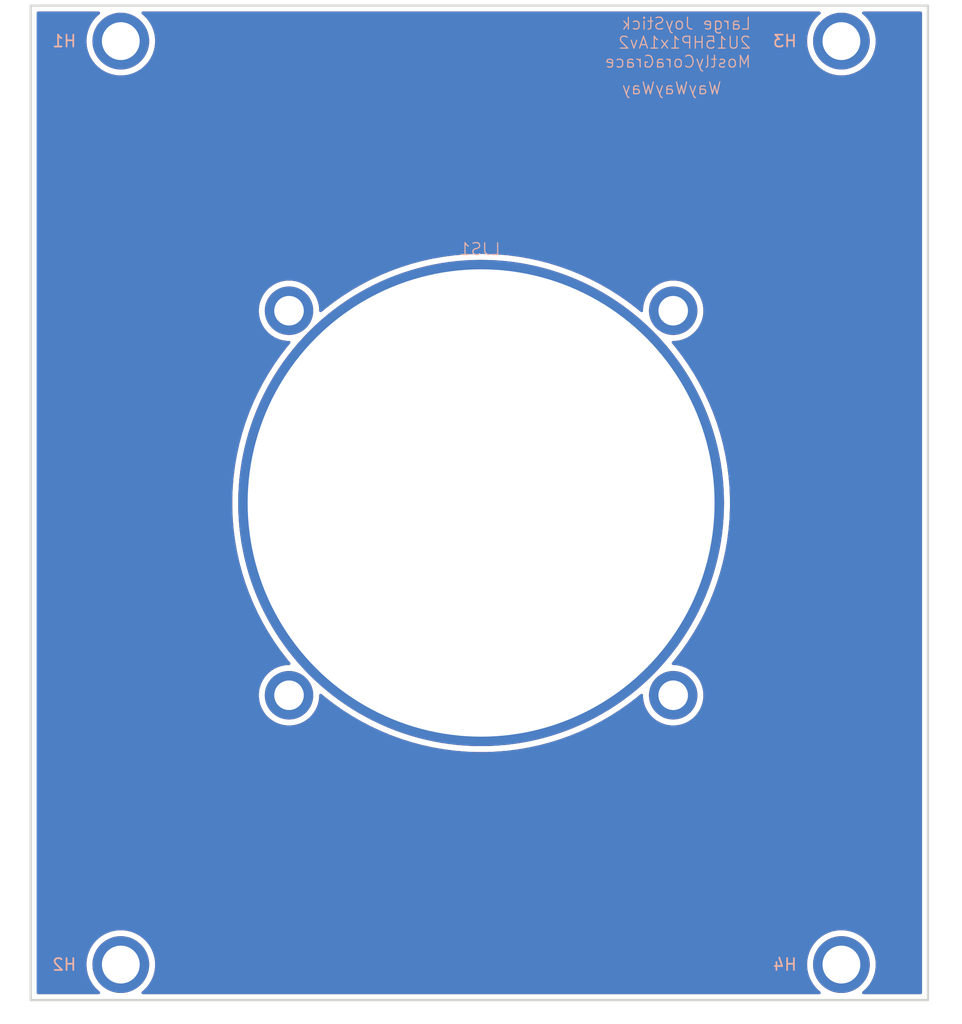
<source format=kicad_pcb>
(kicad_pcb (version 20241229) (generator "pcbnew") (generator_version "9.0")
  (layers (0 "F.Cu" signal) (2 "B.Cu" signal) (13 "F.Paste" user) (15 "B.Paste" user) (5 "F.SilkS" user "F.Silkscreen") (7 "B.SilkS" user "B.Silkscreen") (1 "F.Mask" user) (3 "B.Mask" user) (25 "Edge.Cuts" user))
  (net 0 "")
  (footprint "EXC:MountingHole_3.2mm_M3" (layer "F.Cu") (at 7.62 5.425)
    (property "Reference" "H1" (at -3.683 0 0) (layer "B.SilkS") (effects (justify left mirror)))
    (property "Value" "Eurorack_M3_MountingHole")
    (pad "" thru_hole circle (at 0 0) (size 4.8 4.8) (drill 3.2) (layers "*.Cu" "*.Mask"))
  )
  (footprint "EXC:MountingHole_3.2mm_M3" (layer "F.Cu") (at 68.58 83.475)
    (property "Reference" "H4" (at -3.683 0 0) (layer "B.SilkS") (effects (justify left mirror)))
    (property "Value" "Eurorack_M3_MountingHole")
    (pad "" thru_hole circle (at 0 0) (size 4.8 4.8) (drill 3.2) (layers "*.Cu" "*.Mask"))
  )
  (footprint "EXC:MountingHole_3.2mm_M3" (layer "F.Cu") (at 68.58 5.425)
    (property "Reference" "H3" (at -3.683 0 0) (layer "B.SilkS") (effects (justify left mirror)))
    (property "Value" "Eurorack_M3_MountingHole")
    (pad "" thru_hole circle (at 0 0) (size 4.8 4.8) (drill 3.2) (layers "*.Cu" "*.Mask"))
  )
  (footprint "EXC:Analog_Joystick_M39_Panel_Mount" (layer "F.Cu") (at 38.1 44.4625)
    (property "Reference" "LJS1" (at -0.1 -21.4625 0) (layer "B.SilkS") (effects (font (thickness 0.1)) (justify mirror)))
    (property "Value" "Analog_Joystick_M39_Panel_Mount")
    (pad "" thru_hole circle (at -16.25 -16.25) (size 4.1 4.1) (drill 2.5) (layers "*.Cu" "*.Mask"))
    (pad "" thru_hole circle (at -16.25 16.25) (size 4.1 4.1) (drill 2.5) (layers "*.Cu" "*.Mask"))
    (pad "" thru_hole circle (at 0 0) (size 41.1 41.1) (drill 39.5) (layers "*.Cu" "*.Mask"))
    (pad "" thru_hole circle (at 16.25 -16.25) (size 4.1 4.1) (drill 2.5) (layers "*.Cu" "*.Mask"))
    (pad "" thru_hole circle (at 16.25 16.25) (size 4.1 4.1) (drill 2.5) (layers "*.Cu" "*.Mask"))
  )
  (footprint "EXC:MountingHole_3.2mm_M3" (layer "F.Cu") (at 7.62 83.475)
    (property "Reference" "H2" (at -3.683 0 0) (layer "B.SilkS") (effects (justify left mirror)))
    (property "Value" "Eurorack_M3_MountingHole")
    (pad "" thru_hole circle (at 0 0) (size 4.8 4.8) (drill 3.2) (layers "*.Cu" "*.Mask"))
  )
  (gr_rect (start 0 2.425) (end 75.9 86.475) (stroke (width 0.2)) (fill no) (layer "Edge.Cuts"))
  (gr_text "Large JoyStick\n2U15HP1x1Av2\nMostlyCoraGrace" (at 61 7.75 0) (layer "B.SilkS") (effects (font (size 1 1) (thickness 0.1)) (justify left bottom mirror)))
  (gr_text "WayWayWay" (at 58.5 10 0) (layer "B.SilkS") (effects (font (size 1 1) (thickness 0.1)) (justify left bottom mirror)))
  (zone (net 0) (net_name "") (layers "F.Cu" "B.Cu") (connect_pads (clearance 0.5)) (min_thickness 0.25) (fill yes (thermal_gap 0.5) (thermal_bridge_width 0.5) (island_removal_mode 1) (island_area_min 10))
    (polygon (pts (xy 0 2.425) (xy 75.9 2.425) (xy 75.9 86.475) (xy 0 86.475)))
  )
)
</source>
